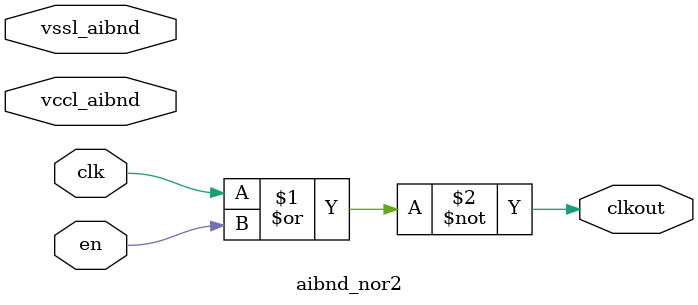
<source format=v>


// Library - aibnd_lib, Cell - aibnd_nor2, View - schematic
// LAST TIME SAVED: May  4 15:13:02 2015
// NETLIST TIME: May 11 08:42:44 2015
// `timescale 1ps/1ps

module aibnd_nor2 ( clkout, clk, en, vccl_aibnd, vssl_aibnd );

output  clkout;

input  clk, en, vccl_aibnd, vssl_aibnd;

// List of primary aliased buses

/*
specify 
    specparam CDS_LIBNAME  = "aibnd_lib";
    specparam CDS_CELLNAME = "aibnd_nor2";
    specparam CDS_VIEWNAME = "schematic";
endspecify
*/

assign clkout = ~( clk | en ) ;

endmodule


// End HDL models


</source>
